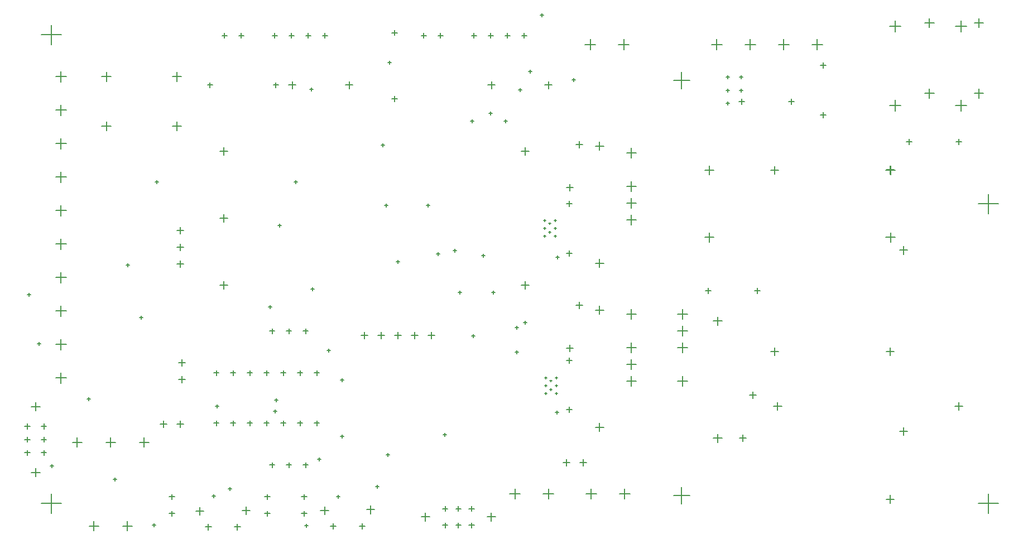
<source format=gbr>
%TF.GenerationSoftware,Altium Limited,Altium Designer,21.3.2 (30)*%
G04 Layer_Color=128*
%FSLAX26Y26*%
%MOIN*%
%TF.SameCoordinates,53465ED1-0DC7-484A-8DCD-68ECABD516C6*%
%TF.FilePolarity,Positive*%
%TF.FileFunction,Drillmap*%
%TF.Part,Single*%
G01*
G75*
%TA.AperFunction,NonConductor*%
%ADD199C,0.005000*%
D199*
X1777441Y1865000D02*
X1832559D01*
X1805000Y1837441D02*
Y1892559D01*
X1977441Y1865000D02*
X2032559D01*
X2005000Y1837441D02*
Y1892559D01*
X2155354Y1870079D02*
X2175354D01*
X2165354Y1860079D02*
Y1880079D01*
X2254252Y1940000D02*
X2285748D01*
X2270000Y1924252D02*
Y1955748D01*
Y2024252D02*
Y2055748D01*
X2254252Y2040000D02*
X2285748D01*
X2470669Y1859252D02*
X2506102D01*
X2488386Y1841535D02*
Y1876968D01*
X2643898Y1859252D02*
X2679331D01*
X2661614Y1841535D02*
Y1876968D01*
X2824252Y1940000D02*
X2855748D01*
X2840000Y1924252D02*
Y1955748D01*
Y2024252D02*
Y2055748D01*
X2824252Y2040000D02*
X2855748D01*
X3063445Y1867500D02*
X3083445D01*
X3073445Y1857500D02*
Y1877500D01*
X3215669Y1864252D02*
X3251102D01*
X3388898D02*
X3424331D01*
X3406614Y1846535D02*
Y1881968D01*
X3434173Y1962677D02*
X3481417D01*
X3457795Y1939055D02*
Y1986299D01*
X3487165Y2099528D02*
X3507165D01*
X3497165Y2089528D02*
Y2109528D01*
X3550000Y2290000D02*
X3570000D01*
X3560000Y2280000D02*
Y2300000D01*
X3758819Y1919213D02*
X3810000D01*
X3784410Y1944803D02*
Y1893622D01*
X3886772Y1870000D02*
X3918268D01*
X3902520Y1854252D02*
Y1885748D01*
X3965512Y1870000D02*
X3997008D01*
X4044252D02*
X4075748D01*
X4060000Y1854252D02*
Y1885748D01*
X4178110Y1893622D02*
Y1944803D01*
X4152520Y1919213D02*
X4203701D01*
X4288504Y2057481D02*
X4351496D01*
X4320000Y2025985D02*
Y2088977D01*
X4488504Y2057481D02*
X4551496D01*
X4520000Y2025985D02*
Y2088977D01*
X4605984Y2244095D02*
X4645984D01*
X4625984Y2224095D02*
Y2264095D01*
X4705984Y2244095D02*
X4745984D01*
X4725984Y2224095D02*
Y2264095D01*
X4775000Y2088977D02*
Y2025985D01*
X4743504Y2057481D02*
X4806496D01*
X4943504D02*
X5006496D01*
X4975000Y2025985D02*
Y2088977D01*
X5265748Y2047244D02*
X5364173D01*
X5314961Y1998032D02*
Y2096457D01*
X5660472Y2392047D02*
X5700472D01*
X5680472Y2372047D02*
Y2412047D01*
X5759528Y2647953D02*
X5719528D01*
X5739528Y2627953D02*
Y2667953D01*
X5865039Y2580000D02*
X5912283D01*
X5888661Y2556378D02*
Y2603622D01*
X5870000Y2883701D02*
Y2930945D01*
X5846378Y2907323D02*
X5893622D01*
X5530000Y3115590D02*
Y3064410D01*
X5504409Y3090000D02*
X5555591D01*
X5320000Y3100472D02*
Y3159528D01*
X5349528Y3130000D02*
X5290472D01*
Y3030000D02*
X5349528D01*
X5320000Y3000472D02*
Y3059528D01*
Y2959528D02*
Y2900472D01*
X5349528Y2930000D02*
X5290472D01*
Y2730000D02*
X5349528D01*
X5320000Y2700472D02*
Y2759528D01*
X5504409Y2390000D02*
X5555591D01*
X5530000Y2364410D02*
Y2415590D01*
X5044528Y2830000D02*
X4985472D01*
X5015000Y2859528D02*
Y2800472D01*
Y2759528D02*
Y2700472D01*
X4985472Y2730000D02*
X5044528D01*
Y2930000D02*
X4985472D01*
X5015000Y2900472D02*
Y2959528D01*
X5044528Y3130000D02*
X4985472D01*
X5015000Y3100472D02*
Y3159528D01*
X4850591Y3155000D02*
X4799409D01*
X4825000Y3129410D02*
Y3180590D01*
X4724528Y3182953D02*
X4684528D01*
X4704528Y3162953D02*
Y3202953D01*
X4665472Y2927047D02*
X4625472D01*
X4645472Y2907047D02*
Y2947047D01*
X4645000Y2872008D02*
Y2838543D01*
X4628268Y2855276D02*
X4661732D01*
X4572992Y2752244D02*
X4560000D01*
X4566496Y2745748D02*
Y2758740D01*
Y2711496D02*
Y2698504D01*
X4560000Y2705000D02*
X4572992D01*
Y2657756D02*
X4560000D01*
X4566496Y2664252D02*
Y2651260D01*
X4503504D02*
Y2664252D01*
X4497008Y2657756D02*
X4510000D01*
X4528504Y2681378D02*
X4541496D01*
X4535000Y2674882D02*
Y2687874D01*
Y2726063D02*
Y2739055D01*
X4528504Y2732559D02*
X4541496D01*
X4503504Y2745748D02*
Y2758740D01*
X4497008Y2752244D02*
X4510000D01*
Y2705000D02*
X4497008D01*
X4503504Y2698504D02*
Y2711496D01*
X4560000Y2545000D02*
X4580000D01*
X4628268Y2560000D02*
X4661732D01*
X4645000Y2543268D02*
Y2576732D01*
X4799409Y2455000D02*
X4850591D01*
X4825000Y2429410D02*
Y2480590D01*
X4570000Y2535000D02*
Y2555000D01*
X4330000Y2895000D02*
Y2915000D01*
X4320000Y2905000D02*
X4340000D01*
X4330709Y3041181D02*
Y3061181D01*
X4320709Y3051181D02*
X4340709D01*
X4370000Y3080000D02*
X4390000D01*
X4380000Y3070000D02*
Y3090000D01*
Y3281378D02*
Y3328622D01*
X4356378Y3305000D02*
X4403622D01*
X4565000Y3470000D02*
X4585000D01*
X4575000Y3460000D02*
Y3480000D01*
X4628268Y3495000D02*
X4661732D01*
X4645000Y3478268D02*
Y3511732D01*
X4799409Y3435000D02*
X4850591D01*
X4825000Y3409410D02*
Y3460590D01*
X5015000Y3665472D02*
Y3724528D01*
Y3765472D02*
Y3824528D01*
X4985472Y3795000D02*
X5044528D01*
Y3695000D02*
X4985472D01*
X5044528Y3895000D02*
X4985472D01*
X5015000Y3865472D02*
Y3924528D01*
X5044528Y4095000D02*
X4985472D01*
X5015000Y4065472D02*
Y4124528D01*
X4850591Y4135000D02*
X4799409D01*
X4825000Y4160591D02*
Y4109409D01*
X4724528Y4142953D02*
X4684528D01*
X4704528Y4162953D02*
Y4122953D01*
X4665472Y3887047D02*
X4625472D01*
X4645472Y3867047D02*
Y3907047D01*
X4645000Y3807008D02*
Y3773543D01*
X4628268Y3790276D02*
X4661732D01*
X4566496Y3692244D02*
X4553504D01*
X4560000Y3698740D02*
Y3685748D01*
Y3651496D02*
Y3638504D01*
X4553504Y3645000D02*
X4566496D01*
Y3597756D02*
X4553504D01*
X4560000Y3591260D02*
Y3604252D01*
X4528504Y3614882D02*
Y3627874D01*
X4522008Y3621378D02*
X4535000D01*
X4528504Y3666063D02*
Y3679055D01*
X4522008Y3672559D02*
X4535000D01*
X4497008Y3685748D02*
Y3698740D01*
X4490512Y3692244D02*
X4503504D01*
Y3645000D02*
X4490512D01*
X4497008Y3638504D02*
Y3651496D01*
Y3604252D02*
Y3591260D01*
X4490512Y3597756D02*
X4503504D01*
X4140000Y3480000D02*
X4120000D01*
X4130000Y3470000D02*
Y3490000D01*
X4000000Y3260000D02*
X3980000D01*
X3990000Y3250000D02*
Y3270000D01*
X4180000Y3260000D02*
X4200000D01*
X4190000Y3250000D02*
Y3270000D01*
X4080000Y3000000D02*
X4060000D01*
X4070000Y2990000D02*
Y3010000D01*
X3840000Y3003740D02*
X3800000D01*
X3820000Y2983740D02*
Y3023740D01*
X3740000Y3003740D02*
X3700000D01*
X3720000Y2983740D02*
Y3023740D01*
X3640000Y3003740D02*
X3600000D01*
X3620000Y2983740D02*
Y3023740D01*
X3540000Y3003740D02*
X3500000D01*
X3520000Y2983740D02*
Y3023740D01*
X3440000Y3003740D02*
X3400000D01*
X3420000Y2983740D02*
Y3023740D01*
X3297402Y2736220D02*
X3277402D01*
X3287402Y2726220D02*
Y2746220D01*
X3208661Y2903386D02*
Y2923386D01*
X3198661Y2913386D02*
X3218661D01*
X3151299Y2780000D02*
X3121771D01*
X3136535Y2765236D02*
Y2794764D01*
X3051299Y2780000D02*
X3021771D01*
X3036535Y2765236D02*
Y2794764D01*
X2951299Y2780000D02*
X2921771D01*
X2936535Y2765236D02*
Y2794764D01*
X2851299Y2780000D02*
X2821771D01*
X2836535Y2765236D02*
Y2794764D01*
X2883701Y2618110D02*
X2903701D01*
X2893701Y2608110D02*
Y2628110D01*
X2886535Y2560000D02*
Y2540000D01*
X2876535Y2550000D02*
X2896535D01*
X2921771Y2480000D02*
X2951299D01*
X3021771D02*
X3051299D01*
X3036535Y2465236D02*
Y2494764D01*
X3055236Y2230000D02*
X3084764D01*
X3070000Y2215236D02*
Y2244764D01*
X2984764Y2230000D02*
X2955236D01*
X2970000Y2215236D02*
Y2244764D01*
X3139606Y2263780D02*
X3159606D01*
X3149606Y2253780D02*
Y2273780D01*
X3277402Y2401575D02*
X3297402D01*
X3287402Y2391575D02*
Y2411575D01*
X3136535Y2465236D02*
Y2494764D01*
X3121771Y2480000D02*
X3151299D01*
X2936535Y2465236D02*
Y2494764D01*
X2851299Y2480000D02*
X2821771D01*
X2836535Y2465236D02*
Y2494764D01*
X2855236Y2230000D02*
X2884764D01*
X2870000Y2215236D02*
Y2244764D01*
X2736535Y2465236D02*
Y2494764D01*
X2721771Y2480000D02*
X2751299D01*
X2540000Y2570000D02*
Y2590000D01*
X2530000Y2580000D02*
X2550000D01*
X2536535Y2494764D02*
Y2465236D01*
X2521771Y2480000D02*
X2551299D01*
X2621771D02*
X2651299D01*
X2636535Y2465236D02*
Y2494764D01*
X2628110Y2086614D02*
X2608110D01*
X2618110Y2076614D02*
Y2096614D01*
X2530000Y2045000D02*
X2510000D01*
X2520000Y2035000D02*
Y2055000D01*
X2689173Y1957677D02*
X2736417D01*
X2712795Y1934055D02*
Y1981299D01*
X3044252Y1940000D02*
X3075748D01*
X3060000Y1924252D02*
Y1955748D01*
Y2024252D02*
Y2055748D01*
X3044252Y2040000D02*
X3075748D01*
X3233386Y1881968D02*
Y1846535D01*
X3255000Y2040000D02*
X3275000D01*
X3265000Y2030000D02*
Y2050000D01*
X3205827Y1958740D02*
X3158583D01*
X3182205Y1935118D02*
Y1982362D01*
X3981260Y1885748D02*
Y1854252D01*
X3997008Y1968425D02*
X3965512D01*
X3981260Y1952677D02*
Y1984173D01*
X3918268Y1968425D02*
X3886772D01*
X3902520Y1952677D02*
Y1984173D01*
X4044252Y1968425D02*
X4075748D01*
X4060000Y1952677D02*
Y1984173D01*
X3900000Y2400000D02*
Y2420000D01*
X3890000Y2410000D02*
X3910000D01*
X3110000Y3271890D02*
Y3291890D01*
X3100000Y3281890D02*
X3120000D01*
X3084764Y3030000D02*
X3055236D01*
X3070000Y3015236D02*
Y3044764D01*
X2984764Y3030000D02*
X2955236D01*
X2970000Y3015236D02*
Y3044764D01*
X2858465Y3163425D02*
Y3183425D01*
X2848465Y3173425D02*
X2868465D01*
X2870000Y3044764D02*
Y3015236D01*
X2855236Y3030000D02*
X2884764D01*
X2751299Y2780000D02*
X2721771D01*
X2736535Y2765236D02*
Y2794764D01*
X2651299Y2780000D02*
X2621771D01*
X2636535Y2765236D02*
Y2794764D01*
X2551299Y2780000D02*
X2521771D01*
X2536535Y2765236D02*
Y2794764D01*
X2330000Y2820000D02*
Y2860000D01*
X2310000Y2840000D02*
X2350000D01*
Y2740000D02*
X2310000D01*
X2330000Y2720000D02*
Y2760000D01*
X2200000Y2475000D02*
X2240000D01*
X2220000Y2455000D02*
Y2495000D01*
X2300000Y2475000D02*
X2340000D01*
X2320000Y2455000D02*
Y2495000D01*
X2132559Y2365000D02*
X2077441D01*
X2105000Y2392559D02*
Y2337441D01*
X1932559Y2365000D02*
X1877441D01*
X1905000Y2392559D02*
Y2337441D01*
X1919134Y2145669D02*
X1939134D01*
X1929134Y2135669D02*
Y2155669D01*
X1732559Y2365000D02*
X1677441D01*
X1705000Y2392559D02*
Y2337441D01*
X1505906Y2366142D02*
Y2397638D01*
X1490158Y2381890D02*
X1521653D01*
X1505906Y2444882D02*
Y2476378D01*
X1490158Y2460630D02*
X1521653D01*
Y2303150D02*
X1490158D01*
X1505906Y2287402D02*
Y2318898D01*
X1545118Y2224409D02*
X1565118D01*
X1555118Y2214409D02*
Y2234409D01*
X1482283Y2185039D02*
X1431102D01*
X1456693Y2159449D02*
Y2210630D01*
X1490945Y2000000D02*
X1609055D01*
X1550000Y1940945D02*
Y2059055D01*
X1407480Y2287402D02*
Y2318898D01*
X1391732Y2303150D02*
X1423228D01*
X1407480Y2366142D02*
Y2397638D01*
X1391732Y2381890D02*
X1423228D01*
X1407480Y2444882D02*
Y2476378D01*
X1391732Y2460630D02*
X1423228D01*
X1482283Y2578740D02*
X1431102D01*
X1456693Y2553150D02*
Y2604331D01*
X1575985Y2750000D02*
X1638976D01*
X1764000Y2625000D02*
X1784000D01*
X1774000Y2615000D02*
Y2635000D01*
X1638976Y2950000D02*
X1575985D01*
X1607480Y2918504D02*
Y2981496D01*
X1486378Y2952756D02*
X1466378D01*
X1476378Y2942756D02*
Y2962756D01*
X1638976Y3150000D02*
X1575985D01*
X1607480Y3118504D02*
Y3181496D01*
X1638976Y3350000D02*
X1575985D01*
X1607480Y3318504D02*
Y3381496D01*
Y3518504D02*
Y3581496D01*
X1575985Y3550000D02*
X1638976D01*
Y3750000D02*
X1575985D01*
X1607480Y3718504D02*
Y3781496D01*
X1638976Y3950000D02*
X1575985D01*
X1607480Y3918504D02*
Y3981496D01*
Y4118504D02*
Y4181496D01*
X1575985Y4150000D02*
X1638976D01*
X1851181Y4254724D02*
X1906299D01*
X1878740Y4227165D02*
Y4282283D01*
Y4522441D02*
Y4577559D01*
X1851181Y4550000D02*
X1906299D01*
X1638976D02*
X1575985D01*
X1607480Y4518504D02*
Y4581496D01*
X1550000Y4740945D02*
Y4859055D01*
X1490945Y4800000D02*
X1609055D01*
X1607480Y4381496D02*
Y4318504D01*
X1575985Y4350000D02*
X1638976D01*
X2170000Y3920000D02*
X2190000D01*
X2180000Y3910000D02*
Y3930000D01*
X2300000Y3630000D02*
X2340000D01*
X2320000Y3610000D02*
Y3650000D01*
Y3550000D02*
Y3510000D01*
X2300000Y3530000D02*
X2340000D01*
Y3430000D02*
X2300000D01*
X2320000Y3410000D02*
Y3450000D01*
X2096614Y3110236D02*
X2076614D01*
X2086614Y3100236D02*
Y3120236D01*
X2007874Y3415197D02*
Y3435197D01*
X1997874Y3425197D02*
X2017874D01*
X2556378Y3305000D02*
X2603622D01*
X2580000Y3281378D02*
Y3328622D01*
X2903386Y3661417D02*
X2923386D01*
X2913386Y3651417D02*
Y3671417D01*
X3000000Y3920000D02*
X3020000D01*
X3010000Y3910000D02*
Y3930000D01*
X3540000Y3780000D02*
X3560000D01*
X3550000Y3770000D02*
Y3790000D01*
X3790000Y3780000D02*
X3810000D01*
X3800000Y3770000D02*
Y3790000D01*
X3630000Y3443740D02*
X3610000D01*
X3620000Y3433740D02*
Y3453740D01*
X3850000Y3490000D02*
X3870000D01*
X3860000Y3480000D02*
Y3500000D01*
X3950000Y3510000D02*
X3970000D01*
X3960000Y3500000D02*
Y3520000D01*
X4356378Y4105000D02*
X4403622D01*
X4380000Y4081378D02*
Y4128622D01*
X4265000Y4275000D02*
Y4295000D01*
X4255000Y4285000D02*
X4275000D01*
X4175000Y4320000D02*
Y4340000D01*
X4165000Y4330000D02*
X4185000D01*
X4340000Y4470000D02*
X4360000D01*
X4350000Y4460000D02*
Y4480000D01*
X4410000Y4570000D02*
Y4590000D01*
X4400000Y4580000D02*
X4420000D01*
X4498346Y4500000D02*
X4541654D01*
X4520000Y4478346D02*
Y4521654D01*
X4660000Y4530000D02*
X4680000D01*
X4670000Y4520000D02*
Y4540000D01*
X4770000Y4711024D02*
Y4774016D01*
X4738504Y4742520D02*
X4801496D01*
X4970000Y4711024D02*
Y4774016D01*
X4938504Y4742520D02*
X5001496D01*
X5265748Y4527559D02*
X5364173D01*
X5314961Y4478346D02*
Y4576772D01*
X5580551Y4547244D02*
X5600551D01*
X5590551Y4537244D02*
Y4557244D01*
Y4478504D02*
Y4458504D01*
X5580551Y4468504D02*
X5600551D01*
Y4389764D02*
X5580551D01*
X5590551Y4379764D02*
Y4399764D01*
X5657480Y4400000D02*
X5690945D01*
X5674213Y4383268D02*
Y4416732D01*
X5669291Y4458504D02*
Y4478504D01*
X5659291Y4468504D02*
X5679291D01*
X5669291Y4537244D02*
Y4557244D01*
X5659291Y4547244D02*
X5679291D01*
X5725000Y4711024D02*
Y4774016D01*
X5693504Y4742520D02*
X5756496D01*
X5893504D02*
X5956496D01*
X5925000Y4774016D02*
Y4711024D01*
X6125000D02*
Y4774016D01*
X6093504Y4742520D02*
X6156496D01*
X6161417Y4632874D02*
Y4599409D01*
X6144685Y4616142D02*
X6178150D01*
X5986221Y4400000D02*
X5952756D01*
X5969488Y4383268D02*
Y4416732D01*
X6144685Y4320866D02*
X6178150D01*
X6161417Y4304134D02*
Y4337598D01*
X5893622Y3990000D02*
X5846378D01*
X5870000Y4013622D02*
Y3966378D01*
X5507559Y3991575D02*
X5452441D01*
X5480000Y3964016D02*
Y4019134D01*
X5452441Y3590000D02*
X5507559D01*
X5480000Y3562441D02*
Y3617559D01*
X5455630Y3270000D02*
X5489095D01*
X5472362Y3253268D02*
Y3286732D01*
X5750905Y3270000D02*
X5784370D01*
X5767638Y3253268D02*
Y3286732D01*
X6536378Y2908661D02*
X6583622D01*
X6560000Y2885039D02*
Y2932283D01*
X6616378Y2430000D02*
X6663622D01*
X6640000Y2406378D02*
Y2453622D01*
X6947717Y2580000D02*
X6994961D01*
X6971339Y2556378D02*
Y2603622D01*
X6583622Y2025748D02*
X6536378D01*
X6560000Y2002126D02*
Y2049370D01*
X7087795Y2000000D02*
X7205905D01*
X7146850Y1940945D02*
Y2059055D01*
X6640000Y3489055D02*
Y3536299D01*
X6663622Y3512677D02*
X6616378D01*
X6562677Y3562441D02*
Y3617559D01*
X6535118Y3590000D02*
X6590236D01*
X6562677Y3964016D02*
Y4019134D01*
X6560000Y4017874D02*
Y3970630D01*
Y3967717D02*
Y4014961D01*
X6536378Y3994252D02*
X6583622D01*
Y3991339D02*
X6536378D01*
X6535118Y3991575D02*
X6590236D01*
X6657992Y4160000D02*
X6691457D01*
X6674724Y4143268D02*
Y4176732D01*
X6794724Y4422441D02*
Y4477559D01*
X6822283Y4450000D02*
X6767165D01*
X6624764Y4377559D02*
X6557835D01*
X6591299Y4344095D02*
Y4411024D01*
X6953268Y4160000D02*
X6986732D01*
X6970000Y4143268D02*
Y4176732D01*
X7090000Y4422441D02*
Y4477559D01*
X7117559Y4450000D02*
X7062441D01*
X7018465Y4377559D02*
X6951535D01*
X6985000Y4344095D02*
Y4411024D01*
X7146850Y3849055D02*
Y3730945D01*
X7087795Y3790000D02*
X7205905D01*
X7090000Y4843701D02*
Y4898819D01*
X7117559Y4871260D02*
X7062441D01*
X6985000Y4883465D02*
Y4816535D01*
X6951535Y4850000D02*
X7018465D01*
X6822283Y4871260D02*
X6767165D01*
X6794724Y4843701D02*
Y4898819D01*
X6591299Y4883465D02*
Y4816535D01*
X6557835Y4850000D02*
X6624764D01*
X5556496Y4742520D02*
X5493504D01*
X5525000Y4774016D02*
Y4711024D01*
X4480000Y4908010D02*
Y4928010D01*
X4470000Y4918010D02*
X4490000D01*
X4390000Y4795000D02*
X4360000D01*
X4375000Y4780000D02*
Y4810000D01*
X4290000Y4795000D02*
X4260000D01*
X4275000Y4780000D02*
Y4810000D01*
X4190000Y4795000D02*
X4160000D01*
X4175000Y4780000D02*
Y4810000D01*
X4090000Y4795000D02*
X4060000D01*
X4075000Y4780000D02*
Y4810000D01*
X3890000Y4795000D02*
X3860000D01*
X3875000Y4780000D02*
Y4810000D01*
X3790000Y4795000D02*
X3760000D01*
X3775000Y4780000D02*
Y4810000D01*
X3615748Y4811850D02*
X3584252D01*
X3600000Y4796102D02*
Y4827598D01*
X3580000Y4635000D02*
X3560000D01*
X3570000Y4625000D02*
Y4645000D01*
X3600000Y4433898D02*
Y4402402D01*
X3584252Y4418150D02*
X3615748D01*
X3540000Y4140000D02*
X3520000D01*
X3530000Y4150000D02*
Y4130000D01*
X3330000Y4478346D02*
Y4521654D01*
X3308347Y4500000D02*
X3351653D01*
X3115000Y4475000D02*
X3095000D01*
X2990000Y4478346D02*
Y4521654D01*
X2968347Y4500000D02*
X3011653D01*
X3105000Y4485000D02*
Y4465000D01*
X3100000Y4795000D02*
X3070000D01*
X3085000Y4780000D02*
Y4810000D01*
X3000000Y4795000D02*
X2970000D01*
X2985000Y4780000D02*
Y4810000D01*
X3170000Y4795000D02*
X3200000D01*
X3185000Y4780000D02*
Y4810000D01*
X2900000Y4795000D02*
X2870000D01*
X2885000Y4780000D02*
Y4810000D01*
X2700000Y4795000D02*
X2670000D01*
X2685000Y4780000D02*
Y4810000D01*
X2600000Y4795000D02*
X2570000D01*
X2585000Y4780000D02*
Y4810000D01*
X2498150Y4515748D02*
Y4484252D01*
X2482402Y4500000D02*
X2513898D01*
X2876102D02*
X2907598D01*
X2891850Y4484252D02*
Y4515748D01*
X2603622Y4105000D02*
X2556378D01*
X2580000Y4081378D02*
Y4128622D01*
Y3728622D02*
Y3681378D01*
X2556378Y3705000D02*
X2603622D01*
X2300000Y4227165D02*
Y4282283D01*
X2272441Y4254724D02*
X2327559D01*
X2300000Y4522441D02*
Y4577559D01*
X2272441Y4550000D02*
X2327559D01*
X1427323Y3248032D02*
X1407323D01*
X1417323Y3258032D02*
Y3238032D01*
X1607480Y2781496D02*
Y2718504D01*
X2413583Y1953740D02*
X2460827D01*
X2437205Y1930118D02*
Y1977362D01*
X4065000Y4275000D02*
Y4295000D01*
X4055000Y4285000D02*
X4075000D01*
X4158346Y4500000D02*
X4201654D01*
X4180000Y4478346D02*
Y4521654D01*
%TF.MD5,d52b37a3756a9b9ad6ce42f99286ff28*%
M02*

</source>
